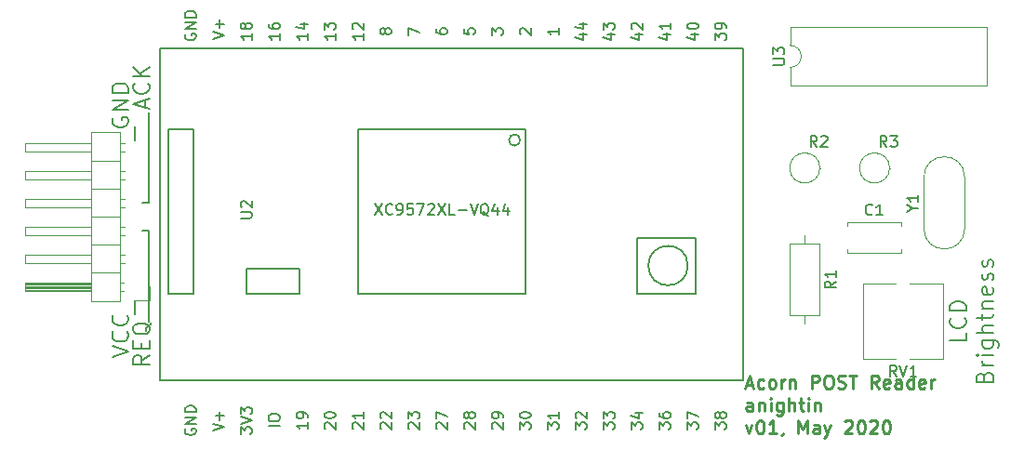
<source format=gbr>
G04 #@! TF.GenerationSoftware,KiCad,Pcbnew,(5.0.1-3-g963ef8bb5)*
G04 #@! TF.CreationDate,2020-05-21T20:41:20+01:00*
G04 #@! TF.ProjectId,Acorn_POST,41636F726E5F504F53542E6B69636164,rev?*
G04 #@! TF.SameCoordinates,Original*
G04 #@! TF.FileFunction,Legend,Top*
G04 #@! TF.FilePolarity,Positive*
%FSLAX46Y46*%
G04 Gerber Fmt 4.6, Leading zero omitted, Abs format (unit mm)*
G04 Created by KiCad (PCBNEW (5.0.1-3-g963ef8bb5)) date Thursday, 21 May 2020 at 20:41:20*
%MOMM*%
%LPD*%
G01*
G04 APERTURE LIST*
%ADD10C,0.200000*%
%ADD11C,0.250000*%
%ADD12C,0.150000*%
%ADD13C,0.120000*%
G04 APERTURE END LIST*
D10*
X105410000Y-85090000D02*
X105410000Y-86360000D01*
X105410000Y-102235000D02*
X105410000Y-100965000D01*
X106680000Y-94615000D02*
X106045000Y-94615000D01*
X106680000Y-102870000D02*
X106680000Y-94615000D01*
X106680000Y-92075000D02*
X106045000Y-92075000D01*
X106680000Y-83820000D02*
X106680000Y-92075000D01*
X106295000Y-83404285D02*
X106295000Y-82690000D01*
X106723571Y-83547142D02*
X105223571Y-83047142D01*
X106723571Y-82547142D01*
X106580714Y-81190000D02*
X106652142Y-81261428D01*
X106723571Y-81475714D01*
X106723571Y-81618571D01*
X106652142Y-81832857D01*
X106509285Y-81975714D01*
X106366428Y-82047142D01*
X106080714Y-82118571D01*
X105866428Y-82118571D01*
X105580714Y-82047142D01*
X105437857Y-81975714D01*
X105295000Y-81832857D01*
X105223571Y-81618571D01*
X105223571Y-81475714D01*
X105295000Y-81261428D01*
X105366428Y-81190000D01*
X106723571Y-80547142D02*
X105223571Y-80547142D01*
X106723571Y-79690000D02*
X105866428Y-80332857D01*
X105223571Y-79690000D02*
X106080714Y-80547142D01*
X106723571Y-105970714D02*
X106009285Y-106470714D01*
X106723571Y-106827857D02*
X105223571Y-106827857D01*
X105223571Y-106256428D01*
X105295000Y-106113571D01*
X105366428Y-106042142D01*
X105509285Y-105970714D01*
X105723571Y-105970714D01*
X105866428Y-106042142D01*
X105937857Y-106113571D01*
X106009285Y-106256428D01*
X106009285Y-106827857D01*
X105937857Y-105327857D02*
X105937857Y-104827857D01*
X106723571Y-104613571D02*
X106723571Y-105327857D01*
X105223571Y-105327857D01*
X105223571Y-104613571D01*
X106866428Y-102970714D02*
X106795000Y-103113571D01*
X106652142Y-103256428D01*
X106437857Y-103470714D01*
X106366428Y-103613571D01*
X106366428Y-103756428D01*
X106723571Y-103685000D02*
X106652142Y-103827857D01*
X106509285Y-103970714D01*
X106223571Y-104042142D01*
X105723571Y-104042142D01*
X105437857Y-103970714D01*
X105295000Y-103827857D01*
X105223571Y-103685000D01*
X105223571Y-103399285D01*
X105295000Y-103256428D01*
X105437857Y-103113571D01*
X105723571Y-103042142D01*
X106223571Y-103042142D01*
X106509285Y-103113571D01*
X106652142Y-103256428D01*
X106723571Y-103399285D01*
X106723571Y-103685000D01*
X103318571Y-106140000D02*
X104818571Y-105640000D01*
X103318571Y-105140000D01*
X104675714Y-103782857D02*
X104747142Y-103854285D01*
X104818571Y-104068571D01*
X104818571Y-104211428D01*
X104747142Y-104425714D01*
X104604285Y-104568571D01*
X104461428Y-104640000D01*
X104175714Y-104711428D01*
X103961428Y-104711428D01*
X103675714Y-104640000D01*
X103532857Y-104568571D01*
X103390000Y-104425714D01*
X103318571Y-104211428D01*
X103318571Y-104068571D01*
X103390000Y-103854285D01*
X103461428Y-103782857D01*
X104675714Y-102282857D02*
X104747142Y-102354285D01*
X104818571Y-102568571D01*
X104818571Y-102711428D01*
X104747142Y-102925714D01*
X104604285Y-103068571D01*
X104461428Y-103140000D01*
X104175714Y-103211428D01*
X103961428Y-103211428D01*
X103675714Y-103140000D01*
X103532857Y-103068571D01*
X103390000Y-102925714D01*
X103318571Y-102711428D01*
X103318571Y-102568571D01*
X103390000Y-102354285D01*
X103461428Y-102282857D01*
X103390000Y-84327857D02*
X103318571Y-84470714D01*
X103318571Y-84685000D01*
X103390000Y-84899285D01*
X103532857Y-85042142D01*
X103675714Y-85113571D01*
X103961428Y-85185000D01*
X104175714Y-85185000D01*
X104461428Y-85113571D01*
X104604285Y-85042142D01*
X104747142Y-84899285D01*
X104818571Y-84685000D01*
X104818571Y-84542142D01*
X104747142Y-84327857D01*
X104675714Y-84256428D01*
X104175714Y-84256428D01*
X104175714Y-84542142D01*
X104818571Y-83613571D02*
X103318571Y-83613571D01*
X104818571Y-82756428D01*
X103318571Y-82756428D01*
X104818571Y-82042142D02*
X103318571Y-82042142D01*
X103318571Y-81685000D01*
X103390000Y-81470714D01*
X103532857Y-81327857D01*
X103675714Y-81256428D01*
X103961428Y-81185000D01*
X104175714Y-81185000D01*
X104461428Y-81256428D01*
X104604285Y-81327857D01*
X104747142Y-81470714D01*
X104818571Y-81685000D01*
X104818571Y-82042142D01*
X181063571Y-103905714D02*
X181063571Y-104620000D01*
X179563571Y-104620000D01*
X180920714Y-102548571D02*
X180992142Y-102620000D01*
X181063571Y-102834285D01*
X181063571Y-102977142D01*
X180992142Y-103191428D01*
X180849285Y-103334285D01*
X180706428Y-103405714D01*
X180420714Y-103477142D01*
X180206428Y-103477142D01*
X179920714Y-103405714D01*
X179777857Y-103334285D01*
X179635000Y-103191428D01*
X179563571Y-102977142D01*
X179563571Y-102834285D01*
X179635000Y-102620000D01*
X179706428Y-102548571D01*
X181063571Y-101905714D02*
X179563571Y-101905714D01*
X179563571Y-101548571D01*
X179635000Y-101334285D01*
X179777857Y-101191428D01*
X179920714Y-101120000D01*
X180206428Y-101048571D01*
X180420714Y-101048571D01*
X180706428Y-101120000D01*
X180849285Y-101191428D01*
X180992142Y-101334285D01*
X181063571Y-101548571D01*
X181063571Y-101905714D01*
X182727857Y-107905714D02*
X182799285Y-107691428D01*
X182870714Y-107620000D01*
X183013571Y-107548571D01*
X183227857Y-107548571D01*
X183370714Y-107620000D01*
X183442142Y-107691428D01*
X183513571Y-107834285D01*
X183513571Y-108405714D01*
X182013571Y-108405714D01*
X182013571Y-107905714D01*
X182085000Y-107762857D01*
X182156428Y-107691428D01*
X182299285Y-107620000D01*
X182442142Y-107620000D01*
X182585000Y-107691428D01*
X182656428Y-107762857D01*
X182727857Y-107905714D01*
X182727857Y-108405714D01*
X183513571Y-106905714D02*
X182513571Y-106905714D01*
X182799285Y-106905714D02*
X182656428Y-106834285D01*
X182585000Y-106762857D01*
X182513571Y-106620000D01*
X182513571Y-106477142D01*
X183513571Y-105977142D02*
X182513571Y-105977142D01*
X182013571Y-105977142D02*
X182085000Y-106048571D01*
X182156428Y-105977142D01*
X182085000Y-105905714D01*
X182013571Y-105977142D01*
X182156428Y-105977142D01*
X182513571Y-104620000D02*
X183727857Y-104620000D01*
X183870714Y-104691428D01*
X183942142Y-104762857D01*
X184013571Y-104905714D01*
X184013571Y-105120000D01*
X183942142Y-105262857D01*
X183442142Y-104620000D02*
X183513571Y-104762857D01*
X183513571Y-105048571D01*
X183442142Y-105191428D01*
X183370714Y-105262857D01*
X183227857Y-105334285D01*
X182799285Y-105334285D01*
X182656428Y-105262857D01*
X182585000Y-105191428D01*
X182513571Y-105048571D01*
X182513571Y-104762857D01*
X182585000Y-104620000D01*
X183513571Y-103905714D02*
X182013571Y-103905714D01*
X183513571Y-103262857D02*
X182727857Y-103262857D01*
X182585000Y-103334285D01*
X182513571Y-103477142D01*
X182513571Y-103691428D01*
X182585000Y-103834285D01*
X182656428Y-103905714D01*
X182513571Y-102762857D02*
X182513571Y-102191428D01*
X182013571Y-102548571D02*
X183299285Y-102548571D01*
X183442142Y-102477142D01*
X183513571Y-102334285D01*
X183513571Y-102191428D01*
X182513571Y-101691428D02*
X183513571Y-101691428D01*
X182656428Y-101691428D02*
X182585000Y-101620000D01*
X182513571Y-101477142D01*
X182513571Y-101262857D01*
X182585000Y-101120000D01*
X182727857Y-101048571D01*
X183513571Y-101048571D01*
X183442142Y-99762857D02*
X183513571Y-99905714D01*
X183513571Y-100191428D01*
X183442142Y-100334285D01*
X183299285Y-100405714D01*
X182727857Y-100405714D01*
X182585000Y-100334285D01*
X182513571Y-100191428D01*
X182513571Y-99905714D01*
X182585000Y-99762857D01*
X182727857Y-99691428D01*
X182870714Y-99691428D01*
X183013571Y-100405714D01*
X183442142Y-99120000D02*
X183513571Y-98977142D01*
X183513571Y-98691428D01*
X183442142Y-98548571D01*
X183299285Y-98477142D01*
X183227857Y-98477142D01*
X183085000Y-98548571D01*
X183013571Y-98691428D01*
X183013571Y-98905714D01*
X182942142Y-99048571D01*
X182799285Y-99120000D01*
X182727857Y-99120000D01*
X182585000Y-99048571D01*
X182513571Y-98905714D01*
X182513571Y-98691428D01*
X182585000Y-98548571D01*
X183442142Y-97905714D02*
X183513571Y-97762857D01*
X183513571Y-97477142D01*
X183442142Y-97334285D01*
X183299285Y-97262857D01*
X183227857Y-97262857D01*
X183085000Y-97334285D01*
X183013571Y-97477142D01*
X183013571Y-97691428D01*
X182942142Y-97834285D01*
X182799285Y-97905714D01*
X182727857Y-97905714D01*
X182585000Y-97834285D01*
X182513571Y-97691428D01*
X182513571Y-97477142D01*
X182585000Y-97334285D01*
D11*
X161046071Y-108640000D02*
X161617500Y-108640000D01*
X160931785Y-108982857D02*
X161331785Y-107782857D01*
X161731785Y-108982857D01*
X162646071Y-108925714D02*
X162531785Y-108982857D01*
X162303214Y-108982857D01*
X162188928Y-108925714D01*
X162131785Y-108868571D01*
X162074642Y-108754285D01*
X162074642Y-108411428D01*
X162131785Y-108297142D01*
X162188928Y-108240000D01*
X162303214Y-108182857D01*
X162531785Y-108182857D01*
X162646071Y-108240000D01*
X163331785Y-108982857D02*
X163217500Y-108925714D01*
X163160357Y-108868571D01*
X163103214Y-108754285D01*
X163103214Y-108411428D01*
X163160357Y-108297142D01*
X163217500Y-108240000D01*
X163331785Y-108182857D01*
X163503214Y-108182857D01*
X163617500Y-108240000D01*
X163674642Y-108297142D01*
X163731785Y-108411428D01*
X163731785Y-108754285D01*
X163674642Y-108868571D01*
X163617500Y-108925714D01*
X163503214Y-108982857D01*
X163331785Y-108982857D01*
X164246071Y-108982857D02*
X164246071Y-108182857D01*
X164246071Y-108411428D02*
X164303214Y-108297142D01*
X164360357Y-108240000D01*
X164474642Y-108182857D01*
X164588928Y-108182857D01*
X164988928Y-108182857D02*
X164988928Y-108982857D01*
X164988928Y-108297142D02*
X165046071Y-108240000D01*
X165160357Y-108182857D01*
X165331785Y-108182857D01*
X165446071Y-108240000D01*
X165503214Y-108354285D01*
X165503214Y-108982857D01*
X166988928Y-108982857D02*
X166988928Y-107782857D01*
X167446071Y-107782857D01*
X167560357Y-107840000D01*
X167617500Y-107897142D01*
X167674642Y-108011428D01*
X167674642Y-108182857D01*
X167617500Y-108297142D01*
X167560357Y-108354285D01*
X167446071Y-108411428D01*
X166988928Y-108411428D01*
X168417500Y-107782857D02*
X168646071Y-107782857D01*
X168760357Y-107840000D01*
X168874642Y-107954285D01*
X168931785Y-108182857D01*
X168931785Y-108582857D01*
X168874642Y-108811428D01*
X168760357Y-108925714D01*
X168646071Y-108982857D01*
X168417500Y-108982857D01*
X168303214Y-108925714D01*
X168188928Y-108811428D01*
X168131785Y-108582857D01*
X168131785Y-108182857D01*
X168188928Y-107954285D01*
X168303214Y-107840000D01*
X168417500Y-107782857D01*
X169388928Y-108925714D02*
X169560357Y-108982857D01*
X169846071Y-108982857D01*
X169960357Y-108925714D01*
X170017500Y-108868571D01*
X170074642Y-108754285D01*
X170074642Y-108640000D01*
X170017500Y-108525714D01*
X169960357Y-108468571D01*
X169846071Y-108411428D01*
X169617500Y-108354285D01*
X169503214Y-108297142D01*
X169446071Y-108240000D01*
X169388928Y-108125714D01*
X169388928Y-108011428D01*
X169446071Y-107897142D01*
X169503214Y-107840000D01*
X169617500Y-107782857D01*
X169903214Y-107782857D01*
X170074642Y-107840000D01*
X170417500Y-107782857D02*
X171103214Y-107782857D01*
X170760357Y-108982857D02*
X170760357Y-107782857D01*
X173103214Y-108982857D02*
X172703214Y-108411428D01*
X172417500Y-108982857D02*
X172417500Y-107782857D01*
X172874642Y-107782857D01*
X172988928Y-107840000D01*
X173046071Y-107897142D01*
X173103214Y-108011428D01*
X173103214Y-108182857D01*
X173046071Y-108297142D01*
X172988928Y-108354285D01*
X172874642Y-108411428D01*
X172417500Y-108411428D01*
X174074642Y-108925714D02*
X173960357Y-108982857D01*
X173731785Y-108982857D01*
X173617500Y-108925714D01*
X173560357Y-108811428D01*
X173560357Y-108354285D01*
X173617500Y-108240000D01*
X173731785Y-108182857D01*
X173960357Y-108182857D01*
X174074642Y-108240000D01*
X174131785Y-108354285D01*
X174131785Y-108468571D01*
X173560357Y-108582857D01*
X175160357Y-108982857D02*
X175160357Y-108354285D01*
X175103214Y-108240000D01*
X174988928Y-108182857D01*
X174760357Y-108182857D01*
X174646071Y-108240000D01*
X175160357Y-108925714D02*
X175046071Y-108982857D01*
X174760357Y-108982857D01*
X174646071Y-108925714D01*
X174588928Y-108811428D01*
X174588928Y-108697142D01*
X174646071Y-108582857D01*
X174760357Y-108525714D01*
X175046071Y-108525714D01*
X175160357Y-108468571D01*
X176246071Y-108982857D02*
X176246071Y-107782857D01*
X176246071Y-108925714D02*
X176131785Y-108982857D01*
X175903214Y-108982857D01*
X175788928Y-108925714D01*
X175731785Y-108868571D01*
X175674642Y-108754285D01*
X175674642Y-108411428D01*
X175731785Y-108297142D01*
X175788928Y-108240000D01*
X175903214Y-108182857D01*
X176131785Y-108182857D01*
X176246071Y-108240000D01*
X177274642Y-108925714D02*
X177160357Y-108982857D01*
X176931785Y-108982857D01*
X176817500Y-108925714D01*
X176760357Y-108811428D01*
X176760357Y-108354285D01*
X176817500Y-108240000D01*
X176931785Y-108182857D01*
X177160357Y-108182857D01*
X177274642Y-108240000D01*
X177331785Y-108354285D01*
X177331785Y-108468571D01*
X176760357Y-108582857D01*
X177846071Y-108982857D02*
X177846071Y-108182857D01*
X177846071Y-108411428D02*
X177903214Y-108297142D01*
X177960357Y-108240000D01*
X178074642Y-108182857D01*
X178188928Y-108182857D01*
X161617500Y-111032857D02*
X161617500Y-110404285D01*
X161560357Y-110290000D01*
X161446071Y-110232857D01*
X161217500Y-110232857D01*
X161103214Y-110290000D01*
X161617500Y-110975714D02*
X161503214Y-111032857D01*
X161217500Y-111032857D01*
X161103214Y-110975714D01*
X161046071Y-110861428D01*
X161046071Y-110747142D01*
X161103214Y-110632857D01*
X161217500Y-110575714D01*
X161503214Y-110575714D01*
X161617500Y-110518571D01*
X162188928Y-110232857D02*
X162188928Y-111032857D01*
X162188928Y-110347142D02*
X162246071Y-110290000D01*
X162360357Y-110232857D01*
X162531785Y-110232857D01*
X162646071Y-110290000D01*
X162703214Y-110404285D01*
X162703214Y-111032857D01*
X163274642Y-111032857D02*
X163274642Y-110232857D01*
X163274642Y-109832857D02*
X163217500Y-109890000D01*
X163274642Y-109947142D01*
X163331785Y-109890000D01*
X163274642Y-109832857D01*
X163274642Y-109947142D01*
X164360357Y-110232857D02*
X164360357Y-111204285D01*
X164303214Y-111318571D01*
X164246071Y-111375714D01*
X164131785Y-111432857D01*
X163960357Y-111432857D01*
X163846071Y-111375714D01*
X164360357Y-110975714D02*
X164246071Y-111032857D01*
X164017500Y-111032857D01*
X163903214Y-110975714D01*
X163846071Y-110918571D01*
X163788928Y-110804285D01*
X163788928Y-110461428D01*
X163846071Y-110347142D01*
X163903214Y-110290000D01*
X164017500Y-110232857D01*
X164246071Y-110232857D01*
X164360357Y-110290000D01*
X164931785Y-111032857D02*
X164931785Y-109832857D01*
X165446071Y-111032857D02*
X165446071Y-110404285D01*
X165388928Y-110290000D01*
X165274642Y-110232857D01*
X165103214Y-110232857D01*
X164988928Y-110290000D01*
X164931785Y-110347142D01*
X165846071Y-110232857D02*
X166303214Y-110232857D01*
X166017500Y-109832857D02*
X166017500Y-110861428D01*
X166074642Y-110975714D01*
X166188928Y-111032857D01*
X166303214Y-111032857D01*
X166703214Y-111032857D02*
X166703214Y-110232857D01*
X166703214Y-109832857D02*
X166646071Y-109890000D01*
X166703214Y-109947142D01*
X166760357Y-109890000D01*
X166703214Y-109832857D01*
X166703214Y-109947142D01*
X167274642Y-110232857D02*
X167274642Y-111032857D01*
X167274642Y-110347142D02*
X167331785Y-110290000D01*
X167446071Y-110232857D01*
X167617500Y-110232857D01*
X167731785Y-110290000D01*
X167788928Y-110404285D01*
X167788928Y-111032857D01*
X160988928Y-112282857D02*
X161274642Y-113082857D01*
X161560357Y-112282857D01*
X162246071Y-111882857D02*
X162360357Y-111882857D01*
X162474642Y-111940000D01*
X162531785Y-111997142D01*
X162588928Y-112111428D01*
X162646071Y-112340000D01*
X162646071Y-112625714D01*
X162588928Y-112854285D01*
X162531785Y-112968571D01*
X162474642Y-113025714D01*
X162360357Y-113082857D01*
X162246071Y-113082857D01*
X162131785Y-113025714D01*
X162074642Y-112968571D01*
X162017500Y-112854285D01*
X161960357Y-112625714D01*
X161960357Y-112340000D01*
X162017500Y-112111428D01*
X162074642Y-111997142D01*
X162131785Y-111940000D01*
X162246071Y-111882857D01*
X163788928Y-113082857D02*
X163103214Y-113082857D01*
X163446071Y-113082857D02*
X163446071Y-111882857D01*
X163331785Y-112054285D01*
X163217500Y-112168571D01*
X163103214Y-112225714D01*
X164360357Y-113025714D02*
X164360357Y-113082857D01*
X164303214Y-113197142D01*
X164246071Y-113254285D01*
X165788928Y-113082857D02*
X165788928Y-111882857D01*
X166188928Y-112740000D01*
X166588928Y-111882857D01*
X166588928Y-113082857D01*
X167674642Y-113082857D02*
X167674642Y-112454285D01*
X167617500Y-112340000D01*
X167503214Y-112282857D01*
X167274642Y-112282857D01*
X167160357Y-112340000D01*
X167674642Y-113025714D02*
X167560357Y-113082857D01*
X167274642Y-113082857D01*
X167160357Y-113025714D01*
X167103214Y-112911428D01*
X167103214Y-112797142D01*
X167160357Y-112682857D01*
X167274642Y-112625714D01*
X167560357Y-112625714D01*
X167674642Y-112568571D01*
X168131785Y-112282857D02*
X168417500Y-113082857D01*
X168703214Y-112282857D02*
X168417500Y-113082857D01*
X168303214Y-113368571D01*
X168246071Y-113425714D01*
X168131785Y-113482857D01*
X170017500Y-111997142D02*
X170074642Y-111940000D01*
X170188928Y-111882857D01*
X170474642Y-111882857D01*
X170588928Y-111940000D01*
X170646071Y-111997142D01*
X170703214Y-112111428D01*
X170703214Y-112225714D01*
X170646071Y-112397142D01*
X169960357Y-113082857D01*
X170703214Y-113082857D01*
X171446071Y-111882857D02*
X171560357Y-111882857D01*
X171674642Y-111940000D01*
X171731785Y-111997142D01*
X171788928Y-112111428D01*
X171846071Y-112340000D01*
X171846071Y-112625714D01*
X171788928Y-112854285D01*
X171731785Y-112968571D01*
X171674642Y-113025714D01*
X171560357Y-113082857D01*
X171446071Y-113082857D01*
X171331785Y-113025714D01*
X171274642Y-112968571D01*
X171217500Y-112854285D01*
X171160357Y-112625714D01*
X171160357Y-112340000D01*
X171217500Y-112111428D01*
X171274642Y-111997142D01*
X171331785Y-111940000D01*
X171446071Y-111882857D01*
X172303214Y-111997142D02*
X172360357Y-111940000D01*
X172474642Y-111882857D01*
X172760357Y-111882857D01*
X172874642Y-111940000D01*
X172931785Y-111997142D01*
X172988928Y-112111428D01*
X172988928Y-112225714D01*
X172931785Y-112397142D01*
X172246071Y-113082857D01*
X172988928Y-113082857D01*
X173731785Y-111882857D02*
X173846071Y-111882857D01*
X173960357Y-111940000D01*
X174017500Y-111997142D01*
X174074642Y-112111428D01*
X174131785Y-112340000D01*
X174131785Y-112625714D01*
X174074642Y-112854285D01*
X174017500Y-112968571D01*
X173960357Y-113025714D01*
X173846071Y-113082857D01*
X173731785Y-113082857D01*
X173617500Y-113025714D01*
X173560357Y-112968571D01*
X173503214Y-112854285D01*
X173446071Y-112625714D01*
X173446071Y-112340000D01*
X173503214Y-112111428D01*
X173560357Y-111997142D01*
X173617500Y-111940000D01*
X173731785Y-111882857D01*
D12*
G04 #@! TO.C,U2*
X115570000Y-98044000D02*
X115570000Y-100330000D01*
X120396000Y-98044000D02*
X115570000Y-98044000D01*
X120396000Y-100330000D02*
X120396000Y-98044000D01*
X115570000Y-100330000D02*
X120396000Y-100330000D01*
X155720051Y-97790000D02*
G75*
G03X155720051Y-97790000I-1796051J0D01*
G01*
X151130000Y-95250000D02*
X151130000Y-100330000D01*
X156464000Y-95250000D02*
X151130000Y-95250000D01*
X156464000Y-100330000D02*
X156464000Y-95250000D01*
X151130000Y-100330000D02*
X156464000Y-100330000D01*
X110744000Y-100330000D02*
X108458000Y-100330000D01*
X110744000Y-85344000D02*
X110744000Y-100330000D01*
X108458000Y-85344000D02*
X110744000Y-85344000D01*
X108458000Y-100330000D02*
X108458000Y-85344000D01*
X140462000Y-86360000D02*
G75*
G03X140462000Y-86360000I-508000J0D01*
G01*
X125730000Y-85344000D02*
X125730000Y-100330000D01*
X140970000Y-85344000D02*
X125730000Y-85344000D01*
X140970000Y-100330000D02*
X140970000Y-85344000D01*
X125730000Y-100330000D02*
X140970000Y-100330000D01*
X107696000Y-77978000D02*
X107696000Y-108204000D01*
X160782000Y-77978000D02*
X107696000Y-77978000D01*
X160782000Y-108204000D02*
X160782000Y-77978000D01*
X107696000Y-108204000D02*
X160782000Y-108204000D01*
D13*
G04 #@! TO.C,C1*
X175150000Y-96305000D02*
X175150000Y-96620000D01*
X175150000Y-93880000D02*
X175150000Y-94195000D01*
X170210000Y-96305000D02*
X170210000Y-96620000D01*
X170210000Y-93880000D02*
X170210000Y-94195000D01*
X170210000Y-96620000D02*
X175150000Y-96620000D01*
X170210000Y-93880000D02*
X175150000Y-93880000D01*
G04 #@! TO.C,J1*
X106760000Y-100965000D02*
X105490000Y-100965000D01*
X106760000Y-99695000D02*
X106760000Y-100965000D01*
X104447071Y-86615000D02*
X104050000Y-86615000D01*
X104447071Y-87375000D02*
X104050000Y-87375000D01*
X95390000Y-86615000D02*
X101390000Y-86615000D01*
X95390000Y-87375000D02*
X95390000Y-86615000D01*
X101390000Y-87375000D02*
X95390000Y-87375000D01*
X104050000Y-88265000D02*
X101390000Y-88265000D01*
X104447071Y-89155000D02*
X104050000Y-89155000D01*
X104447071Y-89915000D02*
X104050000Y-89915000D01*
X95390000Y-89155000D02*
X101390000Y-89155000D01*
X95390000Y-89915000D02*
X95390000Y-89155000D01*
X101390000Y-89915000D02*
X95390000Y-89915000D01*
X104050000Y-90805000D02*
X101390000Y-90805000D01*
X104447071Y-91695000D02*
X104050000Y-91695000D01*
X104447071Y-92455000D02*
X104050000Y-92455000D01*
X95390000Y-91695000D02*
X101390000Y-91695000D01*
X95390000Y-92455000D02*
X95390000Y-91695000D01*
X101390000Y-92455000D02*
X95390000Y-92455000D01*
X104050000Y-93345000D02*
X101390000Y-93345000D01*
X104447071Y-94235000D02*
X104050000Y-94235000D01*
X104447071Y-94995000D02*
X104050000Y-94995000D01*
X95390000Y-94235000D02*
X101390000Y-94235000D01*
X95390000Y-94995000D02*
X95390000Y-94235000D01*
X101390000Y-94995000D02*
X95390000Y-94995000D01*
X104050000Y-95885000D02*
X101390000Y-95885000D01*
X104447071Y-96775000D02*
X104050000Y-96775000D01*
X104447071Y-97535000D02*
X104050000Y-97535000D01*
X95390000Y-96775000D02*
X101390000Y-96775000D01*
X95390000Y-97535000D02*
X95390000Y-96775000D01*
X101390000Y-97535000D02*
X95390000Y-97535000D01*
X104050000Y-98425000D02*
X101390000Y-98425000D01*
X104380000Y-99315000D02*
X104050000Y-99315000D01*
X104380000Y-100075000D02*
X104050000Y-100075000D01*
X101390000Y-99415000D02*
X95390000Y-99415000D01*
X101390000Y-99535000D02*
X95390000Y-99535000D01*
X101390000Y-99655000D02*
X95390000Y-99655000D01*
X101390000Y-99775000D02*
X95390000Y-99775000D01*
X101390000Y-99895000D02*
X95390000Y-99895000D01*
X101390000Y-100015000D02*
X95390000Y-100015000D01*
X95390000Y-99315000D02*
X101390000Y-99315000D01*
X95390000Y-100075000D02*
X95390000Y-99315000D01*
X101390000Y-100075000D02*
X95390000Y-100075000D01*
X101390000Y-101025000D02*
X104050000Y-101025000D01*
X101390000Y-85665000D02*
X101390000Y-101025000D01*
X104050000Y-85665000D02*
X101390000Y-85665000D01*
X104050000Y-101025000D02*
X104050000Y-85665000D01*
G04 #@! TO.C,R1*
X167740000Y-95790000D02*
X165000000Y-95790000D01*
X165000000Y-95790000D02*
X165000000Y-102330000D01*
X165000000Y-102330000D02*
X167740000Y-102330000D01*
X167740000Y-102330000D02*
X167740000Y-95790000D01*
X166370000Y-95020000D02*
X166370000Y-95790000D01*
X166370000Y-103100000D02*
X166370000Y-102330000D01*
G04 #@! TO.C,R2*
X167740000Y-88900000D02*
G75*
G03X167740000Y-88900000I-1370000J0D01*
G01*
X167740000Y-88900000D02*
X167810000Y-88900000D01*
G04 #@! TO.C,R3*
X174090000Y-88900000D02*
X174160000Y-88900000D01*
X174090000Y-88900000D02*
G75*
G03X174090000Y-88900000I-1370000J0D01*
G01*
G04 #@! TO.C,RV1*
X178940000Y-106290000D02*
X175910000Y-106290000D01*
X174610000Y-106290000D02*
X171700000Y-106290000D01*
X178940000Y-99450000D02*
X175910000Y-99450000D01*
X174610000Y-99450000D02*
X171700000Y-99450000D01*
X178940000Y-106290000D02*
X178940000Y-99450000D01*
X171700000Y-106290000D02*
X171700000Y-99450000D01*
G04 #@! TO.C,U3*
X165040000Y-77740000D02*
G75*
G02X165040000Y-79740000I0J-1000000D01*
G01*
X165040000Y-79740000D02*
X165040000Y-81390000D01*
X165040000Y-81390000D02*
X182940000Y-81390000D01*
X182940000Y-81390000D02*
X182940000Y-76090000D01*
X182940000Y-76090000D02*
X165040000Y-76090000D01*
X165040000Y-76090000D02*
X165040000Y-77740000D01*
G04 #@! TO.C,Y1*
X177220000Y-94430000D02*
X177220000Y-89730000D01*
X180920000Y-94430000D02*
X180920000Y-89730000D01*
X180920000Y-94430000D02*
G75*
G02X177220000Y-94430000I-1850000J0D01*
G01*
X180920000Y-89730000D02*
G75*
G03X177220000Y-89730000I-1850000J0D01*
G01*
G04 #@! TO.C,U2*
D12*
X115022380Y-93471904D02*
X115831904Y-93471904D01*
X115927142Y-93424285D01*
X115974761Y-93376666D01*
X116022380Y-93281428D01*
X116022380Y-93090952D01*
X115974761Y-92995714D01*
X115927142Y-92948095D01*
X115831904Y-92900476D01*
X115022380Y-92900476D01*
X115117619Y-92471904D02*
X115070000Y-92424285D01*
X115022380Y-92329047D01*
X115022380Y-92090952D01*
X115070000Y-91995714D01*
X115117619Y-91948095D01*
X115212857Y-91900476D01*
X115308095Y-91900476D01*
X115450952Y-91948095D01*
X116022380Y-92519523D01*
X116022380Y-91900476D01*
X118562380Y-112410809D02*
X117562380Y-112410809D01*
X117562380Y-111744142D02*
X117562380Y-111553666D01*
X117610000Y-111458428D01*
X117705238Y-111363190D01*
X117895714Y-111315571D01*
X118229047Y-111315571D01*
X118419523Y-111363190D01*
X118514761Y-111458428D01*
X118562380Y-111553666D01*
X118562380Y-111744142D01*
X118514761Y-111839380D01*
X118419523Y-111934619D01*
X118229047Y-111982238D01*
X117895714Y-111982238D01*
X117705238Y-111934619D01*
X117610000Y-111839380D01*
X117562380Y-111744142D01*
X118562380Y-76644476D02*
X118562380Y-77215904D01*
X118562380Y-76930190D02*
X117562380Y-76930190D01*
X117705238Y-77025428D01*
X117800476Y-77120666D01*
X117848095Y-77215904D01*
X117562380Y-75787333D02*
X117562380Y-75977809D01*
X117610000Y-76073047D01*
X117657619Y-76120666D01*
X117800476Y-76215904D01*
X117990952Y-76263523D01*
X118371904Y-76263523D01*
X118467142Y-76215904D01*
X118514761Y-76168285D01*
X118562380Y-76073047D01*
X118562380Y-75882571D01*
X118514761Y-75787333D01*
X118467142Y-75739714D01*
X118371904Y-75692095D01*
X118133809Y-75692095D01*
X118038571Y-75739714D01*
X117990952Y-75787333D01*
X117943333Y-75882571D01*
X117943333Y-76073047D01*
X117990952Y-76168285D01*
X118038571Y-76215904D01*
X118133809Y-76263523D01*
X121102380Y-76644476D02*
X121102380Y-77215904D01*
X121102380Y-76930190D02*
X120102380Y-76930190D01*
X120245238Y-77025428D01*
X120340476Y-77120666D01*
X120388095Y-77215904D01*
X120435714Y-75787333D02*
X121102380Y-75787333D01*
X120054761Y-76025428D02*
X120769047Y-76263523D01*
X120769047Y-75644476D01*
X116022380Y-76644476D02*
X116022380Y-77215904D01*
X116022380Y-76930190D02*
X115022380Y-76930190D01*
X115165238Y-77025428D01*
X115260476Y-77120666D01*
X115308095Y-77215904D01*
X115450952Y-76073047D02*
X115403333Y-76168285D01*
X115355714Y-76215904D01*
X115260476Y-76263523D01*
X115212857Y-76263523D01*
X115117619Y-76215904D01*
X115070000Y-76168285D01*
X115022380Y-76073047D01*
X115022380Y-75882571D01*
X115070000Y-75787333D01*
X115117619Y-75739714D01*
X115212857Y-75692095D01*
X115260476Y-75692095D01*
X115355714Y-75739714D01*
X115403333Y-75787333D01*
X115450952Y-75882571D01*
X115450952Y-76073047D01*
X115498571Y-76168285D01*
X115546190Y-76215904D01*
X115641428Y-76263523D01*
X115831904Y-76263523D01*
X115927142Y-76215904D01*
X115974761Y-76168285D01*
X116022380Y-76073047D01*
X116022380Y-75882571D01*
X115974761Y-75787333D01*
X115927142Y-75739714D01*
X115831904Y-75692095D01*
X115641428Y-75692095D01*
X115546190Y-75739714D01*
X115498571Y-75787333D01*
X115450952Y-75882571D01*
X112482380Y-77152380D02*
X113482380Y-76819047D01*
X112482380Y-76485714D01*
X113101428Y-76152380D02*
X113101428Y-75390476D01*
X113482380Y-75771428D02*
X112720476Y-75771428D01*
X109990000Y-76707904D02*
X109942380Y-76803142D01*
X109942380Y-76946000D01*
X109990000Y-77088857D01*
X110085238Y-77184095D01*
X110180476Y-77231714D01*
X110370952Y-77279333D01*
X110513809Y-77279333D01*
X110704285Y-77231714D01*
X110799523Y-77184095D01*
X110894761Y-77088857D01*
X110942380Y-76946000D01*
X110942380Y-76850761D01*
X110894761Y-76707904D01*
X110847142Y-76660285D01*
X110513809Y-76660285D01*
X110513809Y-76850761D01*
X110942380Y-76231714D02*
X109942380Y-76231714D01*
X110942380Y-75660285D01*
X109942380Y-75660285D01*
X110942380Y-75184095D02*
X109942380Y-75184095D01*
X109942380Y-74946000D01*
X109990000Y-74803142D01*
X110085238Y-74707904D01*
X110180476Y-74660285D01*
X110370952Y-74612666D01*
X110513809Y-74612666D01*
X110704285Y-74660285D01*
X110799523Y-74707904D01*
X110894761Y-74803142D01*
X110942380Y-74946000D01*
X110942380Y-75184095D01*
X123642380Y-76644476D02*
X123642380Y-77215904D01*
X123642380Y-76930190D02*
X122642380Y-76930190D01*
X122785238Y-77025428D01*
X122880476Y-77120666D01*
X122928095Y-77215904D01*
X122642380Y-76311142D02*
X122642380Y-75692095D01*
X123023333Y-76025428D01*
X123023333Y-75882571D01*
X123070952Y-75787333D01*
X123118571Y-75739714D01*
X123213809Y-75692095D01*
X123451904Y-75692095D01*
X123547142Y-75739714D01*
X123594761Y-75787333D01*
X123642380Y-75882571D01*
X123642380Y-76168285D01*
X123594761Y-76263523D01*
X123547142Y-76311142D01*
X126182380Y-76644476D02*
X126182380Y-77215904D01*
X126182380Y-76930190D02*
X125182380Y-76930190D01*
X125325238Y-77025428D01*
X125420476Y-77120666D01*
X125468095Y-77215904D01*
X125277619Y-76263523D02*
X125230000Y-76215904D01*
X125182380Y-76120666D01*
X125182380Y-75882571D01*
X125230000Y-75787333D01*
X125277619Y-75739714D01*
X125372857Y-75692095D01*
X125468095Y-75692095D01*
X125610952Y-75739714D01*
X126182380Y-76311142D01*
X126182380Y-75692095D01*
X128150952Y-76549238D02*
X128103333Y-76644476D01*
X128055714Y-76692095D01*
X127960476Y-76739714D01*
X127912857Y-76739714D01*
X127817619Y-76692095D01*
X127770000Y-76644476D01*
X127722380Y-76549238D01*
X127722380Y-76358761D01*
X127770000Y-76263523D01*
X127817619Y-76215904D01*
X127912857Y-76168285D01*
X127960476Y-76168285D01*
X128055714Y-76215904D01*
X128103333Y-76263523D01*
X128150952Y-76358761D01*
X128150952Y-76549238D01*
X128198571Y-76644476D01*
X128246190Y-76692095D01*
X128341428Y-76739714D01*
X128531904Y-76739714D01*
X128627142Y-76692095D01*
X128674761Y-76644476D01*
X128722380Y-76549238D01*
X128722380Y-76358761D01*
X128674761Y-76263523D01*
X128627142Y-76215904D01*
X128531904Y-76168285D01*
X128341428Y-76168285D01*
X128246190Y-76215904D01*
X128198571Y-76263523D01*
X128150952Y-76358761D01*
X127207142Y-92162380D02*
X127873809Y-93162380D01*
X127873809Y-92162380D02*
X127207142Y-93162380D01*
X128826190Y-93067142D02*
X128778571Y-93114761D01*
X128635714Y-93162380D01*
X128540476Y-93162380D01*
X128397619Y-93114761D01*
X128302380Y-93019523D01*
X128254761Y-92924285D01*
X128207142Y-92733809D01*
X128207142Y-92590952D01*
X128254761Y-92400476D01*
X128302380Y-92305238D01*
X128397619Y-92210000D01*
X128540476Y-92162380D01*
X128635714Y-92162380D01*
X128778571Y-92210000D01*
X128826190Y-92257619D01*
X129302380Y-93162380D02*
X129492857Y-93162380D01*
X129588095Y-93114761D01*
X129635714Y-93067142D01*
X129730952Y-92924285D01*
X129778571Y-92733809D01*
X129778571Y-92352857D01*
X129730952Y-92257619D01*
X129683333Y-92210000D01*
X129588095Y-92162380D01*
X129397619Y-92162380D01*
X129302380Y-92210000D01*
X129254761Y-92257619D01*
X129207142Y-92352857D01*
X129207142Y-92590952D01*
X129254761Y-92686190D01*
X129302380Y-92733809D01*
X129397619Y-92781428D01*
X129588095Y-92781428D01*
X129683333Y-92733809D01*
X129730952Y-92686190D01*
X129778571Y-92590952D01*
X130683333Y-92162380D02*
X130207142Y-92162380D01*
X130159523Y-92638571D01*
X130207142Y-92590952D01*
X130302380Y-92543333D01*
X130540476Y-92543333D01*
X130635714Y-92590952D01*
X130683333Y-92638571D01*
X130730952Y-92733809D01*
X130730952Y-92971904D01*
X130683333Y-93067142D01*
X130635714Y-93114761D01*
X130540476Y-93162380D01*
X130302380Y-93162380D01*
X130207142Y-93114761D01*
X130159523Y-93067142D01*
X131064285Y-92162380D02*
X131730952Y-92162380D01*
X131302380Y-93162380D01*
X132064285Y-92257619D02*
X132111904Y-92210000D01*
X132207142Y-92162380D01*
X132445238Y-92162380D01*
X132540476Y-92210000D01*
X132588095Y-92257619D01*
X132635714Y-92352857D01*
X132635714Y-92448095D01*
X132588095Y-92590952D01*
X132016666Y-93162380D01*
X132635714Y-93162380D01*
X132969047Y-92162380D02*
X133635714Y-93162380D01*
X133635714Y-92162380D02*
X132969047Y-93162380D01*
X134492857Y-93162380D02*
X134016666Y-93162380D01*
X134016666Y-92162380D01*
X134826190Y-92781428D02*
X135588095Y-92781428D01*
X135921428Y-92162380D02*
X136254761Y-93162380D01*
X136588095Y-92162380D01*
X137588095Y-93257619D02*
X137492857Y-93210000D01*
X137397619Y-93114761D01*
X137254761Y-92971904D01*
X137159523Y-92924285D01*
X137064285Y-92924285D01*
X137111904Y-93162380D02*
X137016666Y-93114761D01*
X136921428Y-93019523D01*
X136873809Y-92829047D01*
X136873809Y-92495714D01*
X136921428Y-92305238D01*
X137016666Y-92210000D01*
X137111904Y-92162380D01*
X137302380Y-92162380D01*
X137397619Y-92210000D01*
X137492857Y-92305238D01*
X137540476Y-92495714D01*
X137540476Y-92829047D01*
X137492857Y-93019523D01*
X137397619Y-93114761D01*
X137302380Y-93162380D01*
X137111904Y-93162380D01*
X138397619Y-92495714D02*
X138397619Y-93162380D01*
X138159523Y-92114761D02*
X137921428Y-92829047D01*
X138540476Y-92829047D01*
X139350000Y-92495714D02*
X139350000Y-93162380D01*
X139111904Y-92114761D02*
X138873809Y-92829047D01*
X139492857Y-92829047D01*
X130262380Y-76787333D02*
X130262380Y-76120666D01*
X131262380Y-76549238D01*
X132802380Y-76263523D02*
X132802380Y-76454000D01*
X132850000Y-76549238D01*
X132897619Y-76596857D01*
X133040476Y-76692095D01*
X133230952Y-76739714D01*
X133611904Y-76739714D01*
X133707142Y-76692095D01*
X133754761Y-76644476D01*
X133802380Y-76549238D01*
X133802380Y-76358761D01*
X133754761Y-76263523D01*
X133707142Y-76215904D01*
X133611904Y-76168285D01*
X133373809Y-76168285D01*
X133278571Y-76215904D01*
X133230952Y-76263523D01*
X133183333Y-76358761D01*
X133183333Y-76549238D01*
X133230952Y-76644476D01*
X133278571Y-76692095D01*
X133373809Y-76739714D01*
X135342380Y-76215904D02*
X135342380Y-76692095D01*
X135818571Y-76739714D01*
X135770952Y-76692095D01*
X135723333Y-76596857D01*
X135723333Y-76358761D01*
X135770952Y-76263523D01*
X135818571Y-76215904D01*
X135913809Y-76168285D01*
X136151904Y-76168285D01*
X136247142Y-76215904D01*
X136294761Y-76263523D01*
X136342380Y-76358761D01*
X136342380Y-76596857D01*
X136294761Y-76692095D01*
X136247142Y-76739714D01*
X137882380Y-76787333D02*
X137882380Y-76168285D01*
X138263333Y-76501619D01*
X138263333Y-76358761D01*
X138310952Y-76263523D01*
X138358571Y-76215904D01*
X138453809Y-76168285D01*
X138691904Y-76168285D01*
X138787142Y-76215904D01*
X138834761Y-76263523D01*
X138882380Y-76358761D01*
X138882380Y-76644476D01*
X138834761Y-76739714D01*
X138787142Y-76787333D01*
X140517619Y-76739714D02*
X140470000Y-76692095D01*
X140422380Y-76596857D01*
X140422380Y-76358761D01*
X140470000Y-76263523D01*
X140517619Y-76215904D01*
X140612857Y-76168285D01*
X140708095Y-76168285D01*
X140850952Y-76215904D01*
X141422380Y-76787333D01*
X141422380Y-76168285D01*
X143962380Y-76168285D02*
X143962380Y-76739714D01*
X143962380Y-76454000D02*
X142962380Y-76454000D01*
X143105238Y-76549238D01*
X143200476Y-76644476D01*
X143248095Y-76739714D01*
X145835714Y-76739714D02*
X146502380Y-76739714D01*
X145454761Y-76977809D02*
X146169047Y-77215904D01*
X146169047Y-76596857D01*
X145835714Y-75787333D02*
X146502380Y-75787333D01*
X145454761Y-76025428D02*
X146169047Y-76263523D01*
X146169047Y-75644476D01*
X148375714Y-76739714D02*
X149042380Y-76739714D01*
X147994761Y-76977809D02*
X148709047Y-77215904D01*
X148709047Y-76596857D01*
X148042380Y-76311142D02*
X148042380Y-75692095D01*
X148423333Y-76025428D01*
X148423333Y-75882571D01*
X148470952Y-75787333D01*
X148518571Y-75739714D01*
X148613809Y-75692095D01*
X148851904Y-75692095D01*
X148947142Y-75739714D01*
X148994761Y-75787333D01*
X149042380Y-75882571D01*
X149042380Y-76168285D01*
X148994761Y-76263523D01*
X148947142Y-76311142D01*
X150915714Y-76739714D02*
X151582380Y-76739714D01*
X150534761Y-76977809D02*
X151249047Y-77215904D01*
X151249047Y-76596857D01*
X150677619Y-76263523D02*
X150630000Y-76215904D01*
X150582380Y-76120666D01*
X150582380Y-75882571D01*
X150630000Y-75787333D01*
X150677619Y-75739714D01*
X150772857Y-75692095D01*
X150868095Y-75692095D01*
X151010952Y-75739714D01*
X151582380Y-76311142D01*
X151582380Y-75692095D01*
X153455714Y-76739714D02*
X154122380Y-76739714D01*
X153074761Y-76977809D02*
X153789047Y-77215904D01*
X153789047Y-76596857D01*
X154122380Y-75692095D02*
X154122380Y-76263523D01*
X154122380Y-75977809D02*
X153122380Y-75977809D01*
X153265238Y-76073047D01*
X153360476Y-76168285D01*
X153408095Y-76263523D01*
X155995714Y-76739714D02*
X156662380Y-76739714D01*
X155614761Y-76977809D02*
X156329047Y-77215904D01*
X156329047Y-76596857D01*
X155662380Y-76025428D02*
X155662380Y-75930190D01*
X155710000Y-75834952D01*
X155757619Y-75787333D01*
X155852857Y-75739714D01*
X156043333Y-75692095D01*
X156281428Y-75692095D01*
X156471904Y-75739714D01*
X156567142Y-75787333D01*
X156614761Y-75834952D01*
X156662380Y-75930190D01*
X156662380Y-76025428D01*
X156614761Y-76120666D01*
X156567142Y-76168285D01*
X156471904Y-76215904D01*
X156281428Y-76263523D01*
X156043333Y-76263523D01*
X155852857Y-76215904D01*
X155757619Y-76168285D01*
X155710000Y-76120666D01*
X155662380Y-76025428D01*
X158202380Y-77263523D02*
X158202380Y-76644476D01*
X158583333Y-76977809D01*
X158583333Y-76834952D01*
X158630952Y-76739714D01*
X158678571Y-76692095D01*
X158773809Y-76644476D01*
X159011904Y-76644476D01*
X159107142Y-76692095D01*
X159154761Y-76739714D01*
X159202380Y-76834952D01*
X159202380Y-77120666D01*
X159154761Y-77215904D01*
X159107142Y-77263523D01*
X159202380Y-76168285D02*
X159202380Y-75977809D01*
X159154761Y-75882571D01*
X159107142Y-75834952D01*
X158964285Y-75739714D01*
X158773809Y-75692095D01*
X158392857Y-75692095D01*
X158297619Y-75739714D01*
X158250000Y-75787333D01*
X158202380Y-75882571D01*
X158202380Y-76073047D01*
X158250000Y-76168285D01*
X158297619Y-76215904D01*
X158392857Y-76263523D01*
X158630952Y-76263523D01*
X158726190Y-76215904D01*
X158773809Y-76168285D01*
X158821428Y-76073047D01*
X158821428Y-75882571D01*
X158773809Y-75787333D01*
X158726190Y-75739714D01*
X158630952Y-75692095D01*
X158202380Y-112696523D02*
X158202380Y-112077476D01*
X158583333Y-112410809D01*
X158583333Y-112267952D01*
X158630952Y-112172714D01*
X158678571Y-112125095D01*
X158773809Y-112077476D01*
X159011904Y-112077476D01*
X159107142Y-112125095D01*
X159154761Y-112172714D01*
X159202380Y-112267952D01*
X159202380Y-112553666D01*
X159154761Y-112648904D01*
X159107142Y-112696523D01*
X158630952Y-111506047D02*
X158583333Y-111601285D01*
X158535714Y-111648904D01*
X158440476Y-111696523D01*
X158392857Y-111696523D01*
X158297619Y-111648904D01*
X158250000Y-111601285D01*
X158202380Y-111506047D01*
X158202380Y-111315571D01*
X158250000Y-111220333D01*
X158297619Y-111172714D01*
X158392857Y-111125095D01*
X158440476Y-111125095D01*
X158535714Y-111172714D01*
X158583333Y-111220333D01*
X158630952Y-111315571D01*
X158630952Y-111506047D01*
X158678571Y-111601285D01*
X158726190Y-111648904D01*
X158821428Y-111696523D01*
X159011904Y-111696523D01*
X159107142Y-111648904D01*
X159154761Y-111601285D01*
X159202380Y-111506047D01*
X159202380Y-111315571D01*
X159154761Y-111220333D01*
X159107142Y-111172714D01*
X159011904Y-111125095D01*
X158821428Y-111125095D01*
X158726190Y-111172714D01*
X158678571Y-111220333D01*
X158630952Y-111315571D01*
X155662380Y-112696523D02*
X155662380Y-112077476D01*
X156043333Y-112410809D01*
X156043333Y-112267952D01*
X156090952Y-112172714D01*
X156138571Y-112125095D01*
X156233809Y-112077476D01*
X156471904Y-112077476D01*
X156567142Y-112125095D01*
X156614761Y-112172714D01*
X156662380Y-112267952D01*
X156662380Y-112553666D01*
X156614761Y-112648904D01*
X156567142Y-112696523D01*
X155662380Y-111744142D02*
X155662380Y-111077476D01*
X156662380Y-111506047D01*
X153122380Y-112696523D02*
X153122380Y-112077476D01*
X153503333Y-112410809D01*
X153503333Y-112267952D01*
X153550952Y-112172714D01*
X153598571Y-112125095D01*
X153693809Y-112077476D01*
X153931904Y-112077476D01*
X154027142Y-112125095D01*
X154074761Y-112172714D01*
X154122380Y-112267952D01*
X154122380Y-112553666D01*
X154074761Y-112648904D01*
X154027142Y-112696523D01*
X153122380Y-111220333D02*
X153122380Y-111410809D01*
X153170000Y-111506047D01*
X153217619Y-111553666D01*
X153360476Y-111648904D01*
X153550952Y-111696523D01*
X153931904Y-111696523D01*
X154027142Y-111648904D01*
X154074761Y-111601285D01*
X154122380Y-111506047D01*
X154122380Y-111315571D01*
X154074761Y-111220333D01*
X154027142Y-111172714D01*
X153931904Y-111125095D01*
X153693809Y-111125095D01*
X153598571Y-111172714D01*
X153550952Y-111220333D01*
X153503333Y-111315571D01*
X153503333Y-111506047D01*
X153550952Y-111601285D01*
X153598571Y-111648904D01*
X153693809Y-111696523D01*
X150582380Y-112696523D02*
X150582380Y-112077476D01*
X150963333Y-112410809D01*
X150963333Y-112267952D01*
X151010952Y-112172714D01*
X151058571Y-112125095D01*
X151153809Y-112077476D01*
X151391904Y-112077476D01*
X151487142Y-112125095D01*
X151534761Y-112172714D01*
X151582380Y-112267952D01*
X151582380Y-112553666D01*
X151534761Y-112648904D01*
X151487142Y-112696523D01*
X150915714Y-111220333D02*
X151582380Y-111220333D01*
X150534761Y-111458428D02*
X151249047Y-111696523D01*
X151249047Y-111077476D01*
X148042380Y-112696523D02*
X148042380Y-112077476D01*
X148423333Y-112410809D01*
X148423333Y-112267952D01*
X148470952Y-112172714D01*
X148518571Y-112125095D01*
X148613809Y-112077476D01*
X148851904Y-112077476D01*
X148947142Y-112125095D01*
X148994761Y-112172714D01*
X149042380Y-112267952D01*
X149042380Y-112553666D01*
X148994761Y-112648904D01*
X148947142Y-112696523D01*
X148042380Y-111744142D02*
X148042380Y-111125095D01*
X148423333Y-111458428D01*
X148423333Y-111315571D01*
X148470952Y-111220333D01*
X148518571Y-111172714D01*
X148613809Y-111125095D01*
X148851904Y-111125095D01*
X148947142Y-111172714D01*
X148994761Y-111220333D01*
X149042380Y-111315571D01*
X149042380Y-111601285D01*
X148994761Y-111696523D01*
X148947142Y-111744142D01*
X145502380Y-112696523D02*
X145502380Y-112077476D01*
X145883333Y-112410809D01*
X145883333Y-112267952D01*
X145930952Y-112172714D01*
X145978571Y-112125095D01*
X146073809Y-112077476D01*
X146311904Y-112077476D01*
X146407142Y-112125095D01*
X146454761Y-112172714D01*
X146502380Y-112267952D01*
X146502380Y-112553666D01*
X146454761Y-112648904D01*
X146407142Y-112696523D01*
X145597619Y-111696523D02*
X145550000Y-111648904D01*
X145502380Y-111553666D01*
X145502380Y-111315571D01*
X145550000Y-111220333D01*
X145597619Y-111172714D01*
X145692857Y-111125095D01*
X145788095Y-111125095D01*
X145930952Y-111172714D01*
X146502380Y-111744142D01*
X146502380Y-111125095D01*
X142962380Y-112696523D02*
X142962380Y-112077476D01*
X143343333Y-112410809D01*
X143343333Y-112267952D01*
X143390952Y-112172714D01*
X143438571Y-112125095D01*
X143533809Y-112077476D01*
X143771904Y-112077476D01*
X143867142Y-112125095D01*
X143914761Y-112172714D01*
X143962380Y-112267952D01*
X143962380Y-112553666D01*
X143914761Y-112648904D01*
X143867142Y-112696523D01*
X143962380Y-111125095D02*
X143962380Y-111696523D01*
X143962380Y-111410809D02*
X142962380Y-111410809D01*
X143105238Y-111506047D01*
X143200476Y-111601285D01*
X143248095Y-111696523D01*
X140422380Y-112696523D02*
X140422380Y-112077476D01*
X140803333Y-112410809D01*
X140803333Y-112267952D01*
X140850952Y-112172714D01*
X140898571Y-112125095D01*
X140993809Y-112077476D01*
X141231904Y-112077476D01*
X141327142Y-112125095D01*
X141374761Y-112172714D01*
X141422380Y-112267952D01*
X141422380Y-112553666D01*
X141374761Y-112648904D01*
X141327142Y-112696523D01*
X140422380Y-111458428D02*
X140422380Y-111363190D01*
X140470000Y-111267952D01*
X140517619Y-111220333D01*
X140612857Y-111172714D01*
X140803333Y-111125095D01*
X141041428Y-111125095D01*
X141231904Y-111172714D01*
X141327142Y-111220333D01*
X141374761Y-111267952D01*
X141422380Y-111363190D01*
X141422380Y-111458428D01*
X141374761Y-111553666D01*
X141327142Y-111601285D01*
X141231904Y-111648904D01*
X141041428Y-111696523D01*
X140803333Y-111696523D01*
X140612857Y-111648904D01*
X140517619Y-111601285D01*
X140470000Y-111553666D01*
X140422380Y-111458428D01*
X137977619Y-112648904D02*
X137930000Y-112601285D01*
X137882380Y-112506047D01*
X137882380Y-112267952D01*
X137930000Y-112172714D01*
X137977619Y-112125095D01*
X138072857Y-112077476D01*
X138168095Y-112077476D01*
X138310952Y-112125095D01*
X138882380Y-112696523D01*
X138882380Y-112077476D01*
X138882380Y-111601285D02*
X138882380Y-111410809D01*
X138834761Y-111315571D01*
X138787142Y-111267952D01*
X138644285Y-111172714D01*
X138453809Y-111125095D01*
X138072857Y-111125095D01*
X137977619Y-111172714D01*
X137930000Y-111220333D01*
X137882380Y-111315571D01*
X137882380Y-111506047D01*
X137930000Y-111601285D01*
X137977619Y-111648904D01*
X138072857Y-111696523D01*
X138310952Y-111696523D01*
X138406190Y-111648904D01*
X138453809Y-111601285D01*
X138501428Y-111506047D01*
X138501428Y-111315571D01*
X138453809Y-111220333D01*
X138406190Y-111172714D01*
X138310952Y-111125095D01*
X135437619Y-112648904D02*
X135390000Y-112601285D01*
X135342380Y-112506047D01*
X135342380Y-112267952D01*
X135390000Y-112172714D01*
X135437619Y-112125095D01*
X135532857Y-112077476D01*
X135628095Y-112077476D01*
X135770952Y-112125095D01*
X136342380Y-112696523D01*
X136342380Y-112077476D01*
X135770952Y-111506047D02*
X135723333Y-111601285D01*
X135675714Y-111648904D01*
X135580476Y-111696523D01*
X135532857Y-111696523D01*
X135437619Y-111648904D01*
X135390000Y-111601285D01*
X135342380Y-111506047D01*
X135342380Y-111315571D01*
X135390000Y-111220333D01*
X135437619Y-111172714D01*
X135532857Y-111125095D01*
X135580476Y-111125095D01*
X135675714Y-111172714D01*
X135723333Y-111220333D01*
X135770952Y-111315571D01*
X135770952Y-111506047D01*
X135818571Y-111601285D01*
X135866190Y-111648904D01*
X135961428Y-111696523D01*
X136151904Y-111696523D01*
X136247142Y-111648904D01*
X136294761Y-111601285D01*
X136342380Y-111506047D01*
X136342380Y-111315571D01*
X136294761Y-111220333D01*
X136247142Y-111172714D01*
X136151904Y-111125095D01*
X135961428Y-111125095D01*
X135866190Y-111172714D01*
X135818571Y-111220333D01*
X135770952Y-111315571D01*
X132897619Y-112648904D02*
X132850000Y-112601285D01*
X132802380Y-112506047D01*
X132802380Y-112267952D01*
X132850000Y-112172714D01*
X132897619Y-112125095D01*
X132992857Y-112077476D01*
X133088095Y-112077476D01*
X133230952Y-112125095D01*
X133802380Y-112696523D01*
X133802380Y-112077476D01*
X132802380Y-111744142D02*
X132802380Y-111077476D01*
X133802380Y-111506047D01*
X130357619Y-112648904D02*
X130310000Y-112601285D01*
X130262380Y-112506047D01*
X130262380Y-112267952D01*
X130310000Y-112172714D01*
X130357619Y-112125095D01*
X130452857Y-112077476D01*
X130548095Y-112077476D01*
X130690952Y-112125095D01*
X131262380Y-112696523D01*
X131262380Y-112077476D01*
X130262380Y-111744142D02*
X130262380Y-111125095D01*
X130643333Y-111458428D01*
X130643333Y-111315571D01*
X130690952Y-111220333D01*
X130738571Y-111172714D01*
X130833809Y-111125095D01*
X131071904Y-111125095D01*
X131167142Y-111172714D01*
X131214761Y-111220333D01*
X131262380Y-111315571D01*
X131262380Y-111601285D01*
X131214761Y-111696523D01*
X131167142Y-111744142D01*
X127817619Y-112648904D02*
X127770000Y-112601285D01*
X127722380Y-112506047D01*
X127722380Y-112267952D01*
X127770000Y-112172714D01*
X127817619Y-112125095D01*
X127912857Y-112077476D01*
X128008095Y-112077476D01*
X128150952Y-112125095D01*
X128722380Y-112696523D01*
X128722380Y-112077476D01*
X127817619Y-111696523D02*
X127770000Y-111648904D01*
X127722380Y-111553666D01*
X127722380Y-111315571D01*
X127770000Y-111220333D01*
X127817619Y-111172714D01*
X127912857Y-111125095D01*
X128008095Y-111125095D01*
X128150952Y-111172714D01*
X128722380Y-111744142D01*
X128722380Y-111125095D01*
X125277619Y-112648904D02*
X125230000Y-112601285D01*
X125182380Y-112506047D01*
X125182380Y-112267952D01*
X125230000Y-112172714D01*
X125277619Y-112125095D01*
X125372857Y-112077476D01*
X125468095Y-112077476D01*
X125610952Y-112125095D01*
X126182380Y-112696523D01*
X126182380Y-112077476D01*
X126182380Y-111125095D02*
X126182380Y-111696523D01*
X126182380Y-111410809D02*
X125182380Y-111410809D01*
X125325238Y-111506047D01*
X125420476Y-111601285D01*
X125468095Y-111696523D01*
X122737619Y-112648904D02*
X122690000Y-112601285D01*
X122642380Y-112506047D01*
X122642380Y-112267952D01*
X122690000Y-112172714D01*
X122737619Y-112125095D01*
X122832857Y-112077476D01*
X122928095Y-112077476D01*
X123070952Y-112125095D01*
X123642380Y-112696523D01*
X123642380Y-112077476D01*
X122642380Y-111458428D02*
X122642380Y-111363190D01*
X122690000Y-111267952D01*
X122737619Y-111220333D01*
X122832857Y-111172714D01*
X123023333Y-111125095D01*
X123261428Y-111125095D01*
X123451904Y-111172714D01*
X123547142Y-111220333D01*
X123594761Y-111267952D01*
X123642380Y-111363190D01*
X123642380Y-111458428D01*
X123594761Y-111553666D01*
X123547142Y-111601285D01*
X123451904Y-111648904D01*
X123261428Y-111696523D01*
X123023333Y-111696523D01*
X122832857Y-111648904D01*
X122737619Y-111601285D01*
X122690000Y-111553666D01*
X122642380Y-111458428D01*
X121102380Y-112077476D02*
X121102380Y-112648904D01*
X121102380Y-112363190D02*
X120102380Y-112363190D01*
X120245238Y-112458428D01*
X120340476Y-112553666D01*
X120388095Y-112648904D01*
X121102380Y-111601285D02*
X121102380Y-111410809D01*
X121054761Y-111315571D01*
X121007142Y-111267952D01*
X120864285Y-111172714D01*
X120673809Y-111125095D01*
X120292857Y-111125095D01*
X120197619Y-111172714D01*
X120150000Y-111220333D01*
X120102380Y-111315571D01*
X120102380Y-111506047D01*
X120150000Y-111601285D01*
X120197619Y-111648904D01*
X120292857Y-111696523D01*
X120530952Y-111696523D01*
X120626190Y-111648904D01*
X120673809Y-111601285D01*
X120721428Y-111506047D01*
X120721428Y-111315571D01*
X120673809Y-111220333D01*
X120626190Y-111172714D01*
X120530952Y-111125095D01*
X115022380Y-113125095D02*
X115022380Y-112506047D01*
X115403333Y-112839380D01*
X115403333Y-112696523D01*
X115450952Y-112601285D01*
X115498571Y-112553666D01*
X115593809Y-112506047D01*
X115831904Y-112506047D01*
X115927142Y-112553666D01*
X115974761Y-112601285D01*
X116022380Y-112696523D01*
X116022380Y-112982238D01*
X115974761Y-113077476D01*
X115927142Y-113125095D01*
X115022380Y-112220333D02*
X116022380Y-111887000D01*
X115022380Y-111553666D01*
X115022380Y-111315571D02*
X115022380Y-110696523D01*
X115403333Y-111029857D01*
X115403333Y-110887000D01*
X115450952Y-110791761D01*
X115498571Y-110744142D01*
X115593809Y-110696523D01*
X115831904Y-110696523D01*
X115927142Y-110744142D01*
X115974761Y-110791761D01*
X116022380Y-110887000D01*
X116022380Y-111172714D01*
X115974761Y-111267952D01*
X115927142Y-111315571D01*
X112482380Y-112839380D02*
X113482380Y-112506047D01*
X112482380Y-112172714D01*
X113101428Y-111839380D02*
X113101428Y-111077476D01*
X113482380Y-111458428D02*
X112720476Y-111458428D01*
X109990000Y-112648904D02*
X109942380Y-112744142D01*
X109942380Y-112887000D01*
X109990000Y-113029857D01*
X110085238Y-113125095D01*
X110180476Y-113172714D01*
X110370952Y-113220333D01*
X110513809Y-113220333D01*
X110704285Y-113172714D01*
X110799523Y-113125095D01*
X110894761Y-113029857D01*
X110942380Y-112887000D01*
X110942380Y-112791761D01*
X110894761Y-112648904D01*
X110847142Y-112601285D01*
X110513809Y-112601285D01*
X110513809Y-112791761D01*
X110942380Y-112172714D02*
X109942380Y-112172714D01*
X110942380Y-111601285D01*
X109942380Y-111601285D01*
X110942380Y-111125095D02*
X109942380Y-111125095D01*
X109942380Y-110887000D01*
X109990000Y-110744142D01*
X110085238Y-110648904D01*
X110180476Y-110601285D01*
X110370952Y-110553666D01*
X110513809Y-110553666D01*
X110704285Y-110601285D01*
X110799523Y-110648904D01*
X110894761Y-110744142D01*
X110942380Y-110887000D01*
X110942380Y-111125095D01*
G04 #@! TO.C,C1*
X172513333Y-93107142D02*
X172465714Y-93154761D01*
X172322857Y-93202380D01*
X172227619Y-93202380D01*
X172084761Y-93154761D01*
X171989523Y-93059523D01*
X171941904Y-92964285D01*
X171894285Y-92773809D01*
X171894285Y-92630952D01*
X171941904Y-92440476D01*
X171989523Y-92345238D01*
X172084761Y-92250000D01*
X172227619Y-92202380D01*
X172322857Y-92202380D01*
X172465714Y-92250000D01*
X172513333Y-92297619D01*
X173465714Y-93202380D02*
X172894285Y-93202380D01*
X173180000Y-93202380D02*
X173180000Y-92202380D01*
X173084761Y-92345238D01*
X172989523Y-92440476D01*
X172894285Y-92488095D01*
G04 #@! TO.C,R1*
X169192380Y-99226666D02*
X168716190Y-99560000D01*
X169192380Y-99798095D02*
X168192380Y-99798095D01*
X168192380Y-99417142D01*
X168240000Y-99321904D01*
X168287619Y-99274285D01*
X168382857Y-99226666D01*
X168525714Y-99226666D01*
X168620952Y-99274285D01*
X168668571Y-99321904D01*
X168716190Y-99417142D01*
X168716190Y-99798095D01*
X169192380Y-98274285D02*
X169192380Y-98845714D01*
X169192380Y-98560000D02*
X168192380Y-98560000D01*
X168335238Y-98655238D01*
X168430476Y-98750476D01*
X168478095Y-98845714D01*
G04 #@! TO.C,R2*
X167473333Y-86982380D02*
X167140000Y-86506190D01*
X166901904Y-86982380D02*
X166901904Y-85982380D01*
X167282857Y-85982380D01*
X167378095Y-86030000D01*
X167425714Y-86077619D01*
X167473333Y-86172857D01*
X167473333Y-86315714D01*
X167425714Y-86410952D01*
X167378095Y-86458571D01*
X167282857Y-86506190D01*
X166901904Y-86506190D01*
X167854285Y-86077619D02*
X167901904Y-86030000D01*
X167997142Y-85982380D01*
X168235238Y-85982380D01*
X168330476Y-86030000D01*
X168378095Y-86077619D01*
X168425714Y-86172857D01*
X168425714Y-86268095D01*
X168378095Y-86410952D01*
X167806666Y-86982380D01*
X168425714Y-86982380D01*
G04 #@! TO.C,R3*
X173823333Y-86982380D02*
X173490000Y-86506190D01*
X173251904Y-86982380D02*
X173251904Y-85982380D01*
X173632857Y-85982380D01*
X173728095Y-86030000D01*
X173775714Y-86077619D01*
X173823333Y-86172857D01*
X173823333Y-86315714D01*
X173775714Y-86410952D01*
X173728095Y-86458571D01*
X173632857Y-86506190D01*
X173251904Y-86506190D01*
X174156666Y-85982380D02*
X174775714Y-85982380D01*
X174442380Y-86363333D01*
X174585238Y-86363333D01*
X174680476Y-86410952D01*
X174728095Y-86458571D01*
X174775714Y-86553809D01*
X174775714Y-86791904D01*
X174728095Y-86887142D01*
X174680476Y-86934761D01*
X174585238Y-86982380D01*
X174299523Y-86982380D01*
X174204285Y-86934761D01*
X174156666Y-86887142D01*
G04 #@! TO.C,RV1*
X174724761Y-107872380D02*
X174391428Y-107396190D01*
X174153333Y-107872380D02*
X174153333Y-106872380D01*
X174534285Y-106872380D01*
X174629523Y-106920000D01*
X174677142Y-106967619D01*
X174724761Y-107062857D01*
X174724761Y-107205714D01*
X174677142Y-107300952D01*
X174629523Y-107348571D01*
X174534285Y-107396190D01*
X174153333Y-107396190D01*
X175010476Y-106872380D02*
X175343809Y-107872380D01*
X175677142Y-106872380D01*
X176534285Y-107872380D02*
X175962857Y-107872380D01*
X176248571Y-107872380D02*
X176248571Y-106872380D01*
X176153333Y-107015238D01*
X176058095Y-107110476D01*
X175962857Y-107158095D01*
G04 #@! TO.C,U3*
X163492380Y-79501904D02*
X164301904Y-79501904D01*
X164397142Y-79454285D01*
X164444761Y-79406666D01*
X164492380Y-79311428D01*
X164492380Y-79120952D01*
X164444761Y-79025714D01*
X164397142Y-78978095D01*
X164301904Y-78930476D01*
X163492380Y-78930476D01*
X163492380Y-78549523D02*
X163492380Y-77930476D01*
X163873333Y-78263809D01*
X163873333Y-78120952D01*
X163920952Y-78025714D01*
X163968571Y-77978095D01*
X164063809Y-77930476D01*
X164301904Y-77930476D01*
X164397142Y-77978095D01*
X164444761Y-78025714D01*
X164492380Y-78120952D01*
X164492380Y-78406666D01*
X164444761Y-78501904D01*
X164397142Y-78549523D01*
G04 #@! TO.C,Y1*
X176196190Y-92556190D02*
X176672380Y-92556190D01*
X175672380Y-92889523D02*
X176196190Y-92556190D01*
X175672380Y-92222857D01*
X176672380Y-91365714D02*
X176672380Y-91937142D01*
X176672380Y-91651428D02*
X175672380Y-91651428D01*
X175815238Y-91746666D01*
X175910476Y-91841904D01*
X175958095Y-91937142D01*
G04 #@! TD*
M02*

</source>
